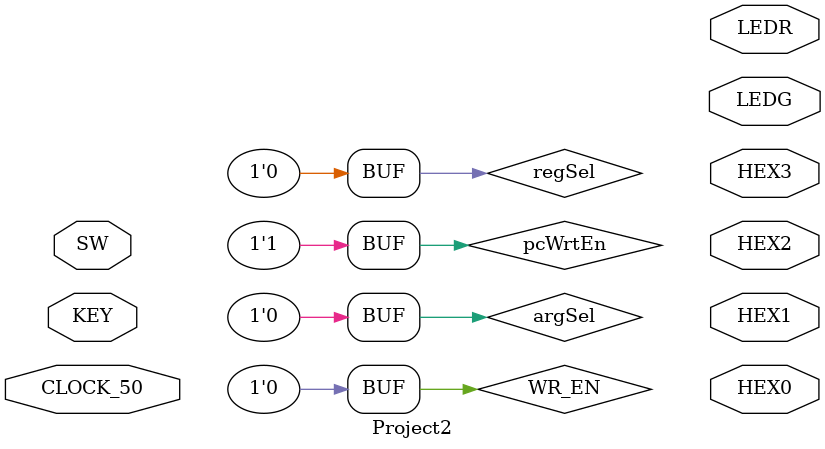
<source format=v>
module Project2(SW,KEY,LEDR,LEDG,HEX0,HEX1,HEX2,HEX3,CLOCK_50);
  input  [9:0] SW;
  input  [3:0] KEY;
  input  CLOCK_50;
  output [9:0] LEDR;
  output [7:0] LEDG;
  output [6:0] HEX0,HEX1,HEX2,HEX3;
 
  parameter DBITS         				 = 32;
  parameter INST_SIZE      			 = 32'd4;
  parameter INST_BIT_WIDTH				 = 32;
  parameter START_PC       			 = 32'h40;
  parameter REG_INDEX_BIT_WIDTH 		 = 4;
  parameter ADDR_KEY  					 = 32'hF0000010;
  parameter ADDR_SW   					 = 32'hF0000014;
  parameter ADDR_HEX  					 = 32'hF0000000;
  parameter ADDR_LEDR 					 = 32'hF0000004;
  parameter ADDR_LEDG 					 = 32'hF0000008;
  
  parameter IMEM_INIT_FILE				 = "Sorter2.mif";
  parameter IMEM_ADDR_BIT_WIDTH 		 = 11;
  parameter IMEM_DATA_BIT_WIDTH 		 = INST_BIT_WIDTH;
  parameter IMEM_PC_BITS_HI     		 = IMEM_ADDR_BIT_WIDTH + 2;
  parameter IMEM_PC_BITS_LO     		 = 2;
  
  parameter DMEMADDRBITS 				 = 13;
  parameter DMEMWORDBITS				 = 2;
  parameter DMEMWORDS					 = 2048;
  
  parameter OP1_ALUR 					 = 4'b0000;
  parameter OP1_ALUI 					 = 4'b1000;
  parameter OP1_CMPR 					 = 4'b0010;
  parameter OP1_CMPI 					 = 4'b1010;
  parameter OP1_BCOND					 = 4'b0110;
  parameter OP1_SW   					 = 4'b0101;
  parameter OP1_LW   					 = 4'b1001;
  parameter OP1_JAL  					 = 4'b1011;
  
  // Add parameters for various secondary opcode values
  
  //PLL, clock genration, and reset generation
  wire clk, lock;
  //Pll pll(.inclk0(CLOCK_50), .c0(clk), .locked(lock));
  PLL	PLL_inst (.inclk0 (CLOCK_50),.c0 (clk),.locked (lock));
  wire reset = ~lock;
  
  // Create PC and its logic
  wire pcWrtEn = 1'b1;
  wire[DBITS - 1: 0] pcIn; // Implement the logic that generates pcIn; you may change pcIn to reg if necessary
  wire[DBITS - 1: 0] pcOut;
  
  // This PC instantiation is your starting point
  Register #(.BIT_WIDTH(DBITS), .RESET_VALUE(START_PC)) pc (clk, reset, pcWrtEn, pcIn, pcOut);

  // Creat instruction memeory
  wire[IMEM_DATA_BIT_WIDTH - 1: 0] instWord;
  InstMemory #(IMEM_INIT_FILE, IMEM_ADDR_BIT_WIDTH, IMEM_DATA_BIT_WIDTH) instMem (pcOut[IMEM_PC_BITS_HI - 1: IMEM_PC_BITS_LO], instWord);
  
  // Put the code for getting opcode1, rd, rs, rt, imm, etc. here
  wire[3:0] RS1, RS2;
  TwoPortMux #(8) regMux(regSel, instWord[31:24], instWord[27:20], {RS1, RS2});
  
  // Create the registers
  wire[3:0] RD;
  assign RD = instWord[31:28];
  
  wire[31:0] DATA1, DATA2, REG_IN;
  AsyncRegister registers(clk, RD, RS1, RS2, REG_IN, WR_EN, DATA1, DATA2);
  
  // Extend the immediate
  wire[15:0] immSmall;
  wire[31:0] immediate;
  assign immSmall = instWord[23:8];
  SignExtension #(16,32) extender(immSmall, immediate);
  
  // Switch between the immediate and DATA2
  wire[31:0] ARG2;
  TwoPortMux #(32) argMux(argSel, DATA2, immediate);
  
  // Create ALU unit
  
  // Put the code for data memory and I/O here
  
  // KEYS, SWITCHES, HEXS, and LEDS are memeory mapped IO
  
  // Control logic
  wire regSel = 0;
  wire argSel = 0;
  wire WR_EN = 0;
    
endmodule


</source>
